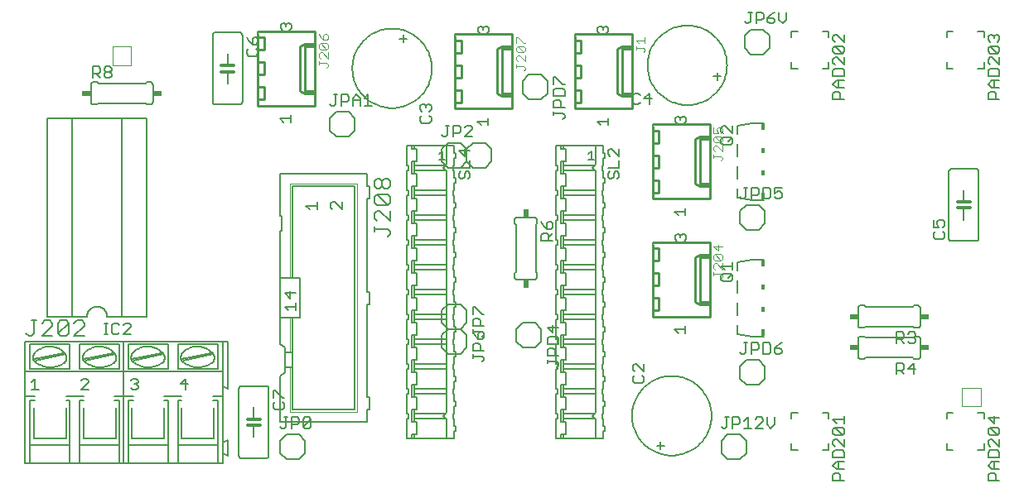
<source format=gtl>
G75*
G70*
%OFA0B0*%
%FSLAX24Y24*%
%IPPOS*%
%LPD*%
%AMOC8*
5,1,8,0,0,1.08239X$1,22.5*
%
%ADD10C,0.0050*%
%ADD11C,0.0020*%
%ADD12C,0.0070*%
%ADD13C,0.0060*%
%ADD14C,0.0040*%
%ADD15C,0.0100*%
%ADD16R,0.0150X0.0300*%
%ADD17R,0.0150X0.0200*%
%ADD18R,0.0340X0.0240*%
%ADD19C,0.0120*%
%ADD20R,0.0240X0.0340*%
D10*
X000827Y003968D02*
X001128Y003968D01*
X000978Y003968D02*
X000978Y004418D01*
X000827Y004268D01*
X002827Y004343D02*
X002902Y004418D01*
X003053Y004418D01*
X003128Y004343D01*
X003128Y004268D01*
X002827Y003968D01*
X003128Y003968D01*
X004827Y004043D02*
X004902Y003968D01*
X005053Y003968D01*
X005128Y004043D01*
X005128Y004118D01*
X005053Y004193D01*
X004978Y004193D01*
X005053Y004193D02*
X005128Y004268D01*
X005128Y004343D01*
X005053Y004418D01*
X004902Y004418D01*
X004827Y004343D01*
X006827Y004193D02*
X007128Y004193D01*
X007053Y004418D02*
X006827Y004193D01*
X007053Y003968D02*
X007053Y004418D01*
X004837Y006192D02*
X004536Y006192D01*
X004837Y006492D01*
X004837Y006567D01*
X004761Y006643D01*
X004611Y006643D01*
X004536Y006567D01*
X004376Y006567D02*
X004301Y006643D01*
X004151Y006643D01*
X004076Y006567D01*
X004076Y006267D01*
X004151Y006192D01*
X004301Y006192D01*
X004376Y006267D01*
X003919Y006192D02*
X003769Y006192D01*
X003844Y006192D02*
X003844Y006643D01*
X003769Y006643D02*
X003919Y006643D01*
X010559Y003932D02*
X010559Y003632D01*
X010634Y003472D02*
X010559Y003397D01*
X010559Y003246D01*
X010634Y003171D01*
X010934Y003171D01*
X011009Y003246D01*
X011009Y003397D01*
X010934Y003472D01*
X010934Y003632D02*
X011009Y003632D01*
X010934Y003632D02*
X010634Y003932D01*
X010559Y003932D01*
X010847Y004517D02*
X011047Y004667D01*
X011047Y004867D01*
X011047Y005467D01*
X011047Y005667D01*
X010847Y005817D01*
X010847Y006867D01*
X011247Y006867D01*
X011347Y006867D01*
X011347Y005467D01*
X011347Y004867D01*
X011247Y004867D01*
X011047Y004867D01*
X011347Y004867D02*
X011347Y003167D01*
X013847Y003167D01*
X013847Y012167D01*
X011347Y012167D01*
X011347Y008467D01*
X011247Y008467D01*
X010847Y008467D01*
X010847Y010367D01*
X010897Y010367D01*
X010897Y010967D01*
X010847Y010967D01*
X010847Y012667D01*
X014347Y012667D01*
X014347Y012167D01*
X014447Y012167D01*
X014447Y011667D01*
X014347Y011667D01*
X014347Y007917D01*
X014447Y007917D01*
X014447Y007417D01*
X014347Y007417D01*
X014347Y003667D01*
X014447Y003667D01*
X014447Y003167D01*
X014347Y003167D01*
X014347Y002667D01*
X010847Y002667D01*
X010847Y004517D01*
X011047Y005467D02*
X011247Y005467D01*
X011347Y005467D01*
X011347Y006867D02*
X011647Y006867D01*
X011647Y008467D01*
X011347Y008467D01*
X010847Y008467D02*
X010847Y006867D01*
X011171Y007171D02*
X011021Y007322D01*
X011472Y007322D01*
X011472Y007472D02*
X011472Y007171D01*
X011247Y007632D02*
X011247Y007932D01*
X011472Y007857D02*
X011021Y007857D01*
X011247Y007632D01*
X012021Y011232D02*
X011871Y011382D01*
X012322Y011382D01*
X012322Y011232D02*
X012322Y011532D01*
X012871Y011457D02*
X012871Y011307D01*
X012946Y011232D01*
X012871Y011457D02*
X012946Y011532D01*
X013021Y011532D01*
X013322Y011232D01*
X013322Y011532D01*
X017242Y013242D02*
X017469Y013242D01*
X017355Y013242D02*
X017355Y013582D01*
X017242Y013469D01*
X018031Y013607D02*
X018257Y013382D01*
X018257Y013682D01*
X018482Y013607D02*
X018031Y013607D01*
X018482Y013222D02*
X018482Y012921D01*
X018031Y012921D01*
X018106Y012761D02*
X018031Y012686D01*
X018031Y012536D01*
X018106Y012461D01*
X018181Y012461D01*
X018257Y012536D01*
X018257Y012686D01*
X018332Y012761D01*
X018407Y012761D01*
X018482Y012686D01*
X018482Y012536D01*
X018407Y012461D01*
X018262Y014162D02*
X018563Y014462D01*
X018563Y014537D01*
X018488Y014613D01*
X018337Y014613D01*
X018262Y014537D01*
X018102Y014537D02*
X018102Y014387D01*
X018027Y014312D01*
X017802Y014312D01*
X017802Y014162D02*
X017802Y014613D01*
X018027Y014613D01*
X018102Y014537D01*
X017642Y014613D02*
X017492Y014613D01*
X017567Y014613D02*
X017567Y014237D01*
X017492Y014162D01*
X017417Y014162D01*
X017342Y014237D01*
X016847Y014721D02*
X016546Y014721D01*
X016471Y014796D01*
X016471Y014947D01*
X016546Y015022D01*
X016546Y015182D02*
X016471Y015257D01*
X016471Y015407D01*
X016546Y015482D01*
X016621Y015482D01*
X016697Y015407D01*
X016772Y015482D01*
X016847Y015482D01*
X016922Y015407D01*
X016922Y015257D01*
X016847Y015182D01*
X016847Y015022D02*
X016922Y014947D01*
X016922Y014796D01*
X016847Y014721D01*
X016697Y015332D02*
X016697Y015407D01*
X014523Y015412D02*
X014223Y015412D01*
X014373Y015412D02*
X014373Y015863D01*
X014223Y015712D01*
X014063Y015712D02*
X014063Y015412D01*
X014063Y015637D02*
X013762Y015637D01*
X013762Y015712D02*
X013913Y015863D01*
X014063Y015712D01*
X013762Y015712D02*
X013762Y015412D01*
X013602Y015637D02*
X013527Y015562D01*
X013302Y015562D01*
X013302Y015412D02*
X013302Y015863D01*
X013527Y015863D01*
X013602Y015787D01*
X013602Y015637D01*
X013142Y015863D02*
X012992Y015863D01*
X013067Y015863D02*
X013067Y015487D01*
X012992Y015412D01*
X012917Y015412D01*
X012842Y015487D01*
X009947Y017167D02*
X009947Y017417D01*
X009947Y018417D01*
X009872Y018182D02*
X009797Y018182D01*
X009722Y018107D01*
X009722Y017882D01*
X009872Y017882D01*
X009947Y017957D01*
X009947Y018107D01*
X009872Y018182D01*
X009722Y017882D02*
X009571Y018032D01*
X009496Y018182D01*
X009571Y017722D02*
X009496Y017647D01*
X009496Y017496D01*
X009571Y017421D01*
X009872Y017421D01*
X009947Y017496D01*
X009947Y017647D01*
X009872Y017722D01*
X012097Y017917D02*
X012247Y017917D01*
X012247Y017817D01*
X017884Y018292D02*
X017884Y017292D01*
X017884Y017042D01*
X020034Y017792D02*
X020184Y017792D01*
X020184Y017692D01*
X021841Y016562D02*
X021916Y016562D01*
X022217Y016262D01*
X022292Y016262D01*
X022217Y016102D02*
X021916Y016102D01*
X021841Y016026D01*
X021841Y015801D01*
X022292Y015801D01*
X022292Y016026D01*
X022217Y016102D01*
X021841Y016262D02*
X021841Y016562D01*
X022697Y017042D02*
X022697Y017292D01*
X022697Y018292D01*
X024847Y017792D02*
X024997Y017792D01*
X024997Y017692D01*
X025101Y015918D02*
X025026Y015842D01*
X025026Y015542D01*
X025101Y015467D01*
X025251Y015467D01*
X025326Y015542D01*
X025486Y015692D02*
X025787Y015692D01*
X025711Y015467D02*
X025711Y015918D01*
X025486Y015692D01*
X025326Y015842D02*
X025251Y015918D01*
X025101Y015918D01*
X025822Y014667D02*
X025822Y013667D01*
X025822Y013417D01*
X024482Y013382D02*
X024181Y013682D01*
X024106Y013682D01*
X024031Y013607D01*
X024031Y013457D01*
X024106Y013382D01*
X024482Y013382D02*
X024482Y013682D01*
X024482Y013222D02*
X024482Y012921D01*
X024031Y012921D01*
X024106Y012761D02*
X024031Y012686D01*
X024031Y012536D01*
X024106Y012461D01*
X024181Y012461D01*
X024257Y012536D01*
X024257Y012686D01*
X024332Y012761D01*
X024407Y012761D01*
X024482Y012686D01*
X024482Y012536D01*
X024407Y012461D01*
X023469Y013242D02*
X023242Y013242D01*
X023355Y013242D02*
X023355Y013582D01*
X023242Y013469D01*
X022217Y014881D02*
X022292Y014956D01*
X022292Y015031D01*
X022217Y015106D01*
X021841Y015106D01*
X021841Y015031D02*
X021841Y015181D01*
X021841Y015341D02*
X021841Y015566D01*
X021916Y015641D01*
X022067Y015641D01*
X022142Y015566D01*
X022142Y015341D01*
X022292Y015341D02*
X021841Y015341D01*
X018563Y014162D02*
X018262Y014162D01*
X021346Y010732D02*
X021421Y010582D01*
X021572Y010432D01*
X021572Y010657D01*
X021647Y010732D01*
X021722Y010732D01*
X021797Y010657D01*
X021797Y010507D01*
X021722Y010432D01*
X021572Y010432D01*
X021572Y010272D02*
X021647Y010197D01*
X021647Y009971D01*
X021797Y009971D02*
X021346Y009971D01*
X021346Y010197D01*
X021421Y010272D01*
X021572Y010272D01*
X021647Y010122D02*
X021797Y010272D01*
X025822Y009917D02*
X025822Y008917D01*
X025822Y008667D01*
X027972Y009417D02*
X028122Y009417D01*
X028122Y009317D01*
X028581Y008942D02*
X029032Y008942D01*
X029032Y008792D02*
X029032Y009092D01*
X028731Y008792D02*
X028581Y008942D01*
X028656Y008632D02*
X028957Y008632D01*
X029032Y008557D01*
X029032Y008406D01*
X028957Y008331D01*
X028656Y008331D01*
X028581Y008406D01*
X028581Y008557D01*
X028656Y008632D01*
X028882Y008482D02*
X029032Y008632D01*
X029492Y005863D02*
X029642Y005863D01*
X029567Y005863D02*
X029567Y005487D01*
X029492Y005412D01*
X029417Y005412D01*
X029342Y005487D01*
X029802Y005412D02*
X029802Y005863D01*
X030027Y005863D01*
X030102Y005787D01*
X030102Y005637D01*
X030027Y005562D01*
X029802Y005562D01*
X030262Y005412D02*
X030488Y005412D01*
X030563Y005487D01*
X030563Y005787D01*
X030488Y005863D01*
X030262Y005863D01*
X030262Y005412D01*
X030723Y005487D02*
X030798Y005412D01*
X030948Y005412D01*
X031023Y005487D01*
X031023Y005562D01*
X030948Y005637D01*
X030723Y005637D01*
X030723Y005487D01*
X030723Y005637D02*
X030873Y005787D01*
X031023Y005863D01*
X035651Y005842D02*
X035651Y006293D01*
X035876Y006293D01*
X035951Y006217D01*
X035951Y006067D01*
X035876Y005992D01*
X035651Y005992D01*
X035801Y005992D02*
X035951Y005842D01*
X036111Y005917D02*
X036186Y005842D01*
X036336Y005842D01*
X036411Y005917D01*
X036411Y005992D01*
X036336Y006067D01*
X036261Y006067D01*
X036336Y006067D02*
X036411Y006142D01*
X036411Y006217D01*
X036336Y006293D01*
X036186Y006293D01*
X036111Y006217D01*
X036336Y005042D02*
X036111Y004817D01*
X036412Y004817D01*
X036336Y004592D02*
X036336Y005042D01*
X035951Y004967D02*
X035951Y004817D01*
X035876Y004742D01*
X035651Y004742D01*
X035651Y004592D02*
X035651Y005042D01*
X035876Y005042D01*
X035951Y004967D01*
X035801Y004742D02*
X035951Y004592D01*
X033534Y002907D02*
X033534Y002607D01*
X033534Y002757D02*
X033084Y002757D01*
X033234Y002607D01*
X033159Y002446D02*
X033459Y002146D01*
X033534Y002221D01*
X033534Y002371D01*
X033459Y002446D01*
X033159Y002446D01*
X033084Y002371D01*
X033084Y002221D01*
X033159Y002146D01*
X033459Y002146D01*
X033534Y001986D02*
X033534Y001686D01*
X033234Y001986D01*
X033159Y001986D01*
X033084Y001911D01*
X033084Y001761D01*
X033159Y001686D01*
X033159Y001526D02*
X033084Y001451D01*
X033084Y001226D01*
X033534Y001226D01*
X033534Y001451D01*
X033459Y001526D01*
X033159Y001526D01*
X033234Y001065D02*
X033534Y001065D01*
X033309Y001065D02*
X033309Y000765D01*
X033234Y000765D02*
X033534Y000765D01*
X033309Y000605D02*
X033384Y000530D01*
X033384Y000305D01*
X033534Y000305D02*
X033084Y000305D01*
X033084Y000530D01*
X033159Y000605D01*
X033309Y000605D01*
X033234Y000765D02*
X033084Y000915D01*
X033234Y001065D01*
X030733Y002562D02*
X030583Y002412D01*
X030433Y002562D01*
X030433Y002863D01*
X030273Y002787D02*
X030198Y002863D01*
X030048Y002863D01*
X029973Y002787D01*
X030273Y002787D02*
X030273Y002712D01*
X029973Y002412D01*
X030273Y002412D01*
X029813Y002412D02*
X029512Y002412D01*
X029663Y002412D02*
X029663Y002863D01*
X029512Y002712D01*
X029352Y002637D02*
X029277Y002562D01*
X029052Y002562D01*
X029052Y002412D02*
X029052Y002863D01*
X029277Y002863D01*
X029352Y002787D01*
X029352Y002637D01*
X028892Y002863D02*
X028742Y002863D01*
X028817Y002863D02*
X028817Y002487D01*
X028742Y002412D01*
X028667Y002412D01*
X028592Y002487D01*
X030733Y002562D02*
X030733Y002863D01*
X025472Y004317D02*
X025397Y004242D01*
X025096Y004242D01*
X025021Y004317D01*
X025021Y004467D01*
X025096Y004542D01*
X025096Y004703D02*
X025021Y004778D01*
X025021Y004928D01*
X025096Y005003D01*
X025171Y005003D01*
X025472Y004703D01*
X025472Y005003D01*
X025397Y004542D02*
X025472Y004467D01*
X025472Y004317D01*
X022042Y004956D02*
X022042Y005031D01*
X021967Y005106D01*
X021591Y005106D01*
X021591Y005031D02*
X021591Y005181D01*
X021591Y005341D02*
X021591Y005566D01*
X021666Y005641D01*
X021817Y005641D01*
X021892Y005566D01*
X021892Y005341D01*
X022042Y005341D02*
X021591Y005341D01*
X021591Y005801D02*
X021591Y006026D01*
X021666Y006102D01*
X021967Y006102D01*
X022042Y006026D01*
X022042Y005801D01*
X021591Y005801D01*
X021817Y006262D02*
X021817Y006562D01*
X022042Y006487D02*
X021591Y006487D01*
X021817Y006262D01*
X022042Y004956D02*
X021967Y004881D01*
X019042Y005166D02*
X019042Y005241D01*
X018967Y005316D01*
X018591Y005316D01*
X018591Y005241D02*
X018591Y005391D01*
X018591Y005551D02*
X018591Y005777D01*
X018666Y005852D01*
X018817Y005852D01*
X018892Y005777D01*
X018892Y005551D01*
X019042Y005551D02*
X018591Y005551D01*
X018817Y006012D02*
X018817Y006237D01*
X018892Y006312D01*
X018967Y006312D01*
X019042Y006237D01*
X019042Y006087D01*
X018967Y006012D01*
X018817Y006012D01*
X018666Y006162D01*
X018591Y006312D01*
X018591Y006316D02*
X018967Y006316D01*
X019042Y006241D01*
X019042Y006166D01*
X018967Y006091D01*
X018591Y006241D02*
X018591Y006391D01*
X018591Y006551D02*
X018591Y006777D01*
X018666Y006852D01*
X018817Y006852D01*
X018892Y006777D01*
X018892Y006551D01*
X019042Y006551D02*
X018591Y006551D01*
X018591Y007012D02*
X018591Y007312D01*
X018666Y007312D01*
X018967Y007012D01*
X019042Y007012D01*
X019042Y005166D02*
X018967Y005091D01*
X012063Y002787D02*
X012063Y002487D01*
X011988Y002412D01*
X011837Y002412D01*
X011762Y002487D01*
X012063Y002787D01*
X011988Y002863D01*
X011837Y002863D01*
X011762Y002787D01*
X011762Y002487D01*
X011602Y002637D02*
X011527Y002562D01*
X011302Y002562D01*
X011302Y002412D02*
X011302Y002863D01*
X011527Y002863D01*
X011602Y002787D01*
X011602Y002637D01*
X011142Y002863D02*
X010992Y002863D01*
X011067Y002863D02*
X011067Y002487D01*
X010992Y002412D01*
X010917Y002412D01*
X010842Y002487D01*
X029342Y011737D02*
X029417Y011662D01*
X029492Y011662D01*
X029567Y011737D01*
X029567Y012113D01*
X029492Y012113D02*
X029642Y012113D01*
X029802Y012113D02*
X030027Y012113D01*
X030102Y012037D01*
X030102Y011887D01*
X030027Y011812D01*
X029802Y011812D01*
X029802Y011662D02*
X029802Y012113D01*
X030262Y012113D02*
X030488Y012113D01*
X030563Y012037D01*
X030563Y011737D01*
X030488Y011662D01*
X030262Y011662D01*
X030262Y012113D01*
X030723Y012113D02*
X030723Y011887D01*
X030873Y011962D01*
X030948Y011962D01*
X031023Y011887D01*
X031023Y011737D01*
X030948Y011662D01*
X030798Y011662D01*
X030723Y011737D01*
X030723Y012113D02*
X031023Y012113D01*
X029032Y013906D02*
X028957Y013831D01*
X028656Y013831D01*
X028581Y013906D01*
X028581Y014057D01*
X028656Y014132D01*
X028957Y014132D01*
X029032Y014057D01*
X029032Y013906D01*
X028882Y013982D02*
X029032Y014132D01*
X029032Y014292D02*
X028731Y014592D01*
X028656Y014592D01*
X028581Y014517D01*
X028581Y014367D01*
X028656Y014292D01*
X029032Y014292D02*
X029032Y014592D01*
X028122Y014167D02*
X028122Y014067D01*
X028122Y014167D02*
X027972Y014167D01*
X033084Y015680D02*
X033084Y015905D01*
X033159Y015980D01*
X033309Y015980D01*
X033384Y015905D01*
X033384Y015680D01*
X033534Y015680D02*
X033084Y015680D01*
X033234Y016140D02*
X033084Y016290D01*
X033234Y016440D01*
X033534Y016440D01*
X033534Y016601D02*
X033084Y016601D01*
X033084Y016826D01*
X033159Y016901D01*
X033459Y016901D01*
X033534Y016826D01*
X033534Y016601D01*
X033309Y016440D02*
X033309Y016140D01*
X033234Y016140D02*
X033534Y016140D01*
X033534Y017061D02*
X033234Y017361D01*
X033159Y017361D01*
X033084Y017286D01*
X033084Y017136D01*
X033159Y017061D01*
X033534Y017061D02*
X033534Y017361D01*
X033459Y017521D02*
X033159Y017821D01*
X033459Y017821D01*
X033534Y017746D01*
X033534Y017596D01*
X033459Y017521D01*
X033159Y017521D01*
X033084Y017596D01*
X033084Y017746D01*
X033159Y017821D01*
X033159Y017982D02*
X033084Y018057D01*
X033084Y018207D01*
X033159Y018282D01*
X033234Y018282D01*
X033534Y017982D01*
X033534Y018282D01*
X031211Y018875D02*
X031211Y019175D01*
X030910Y019175D02*
X030910Y018875D01*
X031060Y018725D01*
X031211Y018875D01*
X030750Y018875D02*
X030675Y018950D01*
X030450Y018950D01*
X030450Y018800D01*
X030525Y018725D01*
X030675Y018725D01*
X030750Y018800D01*
X030750Y018875D01*
X030600Y019100D02*
X030450Y018950D01*
X030290Y018950D02*
X030215Y018875D01*
X029990Y018875D01*
X029990Y018725D02*
X029990Y019175D01*
X030215Y019175D01*
X030290Y019100D01*
X030290Y018950D01*
X030600Y019100D02*
X030750Y019175D01*
X029829Y019175D02*
X029679Y019175D01*
X029754Y019175D02*
X029754Y018800D01*
X029679Y018725D01*
X029604Y018725D01*
X029529Y018800D01*
X039334Y018207D02*
X039334Y018057D01*
X039409Y017982D01*
X039409Y017821D02*
X039709Y017521D01*
X039784Y017596D01*
X039784Y017746D01*
X039709Y017821D01*
X039409Y017821D01*
X039334Y017746D01*
X039334Y017596D01*
X039409Y017521D01*
X039709Y017521D01*
X039784Y017361D02*
X039784Y017061D01*
X039484Y017361D01*
X039409Y017361D01*
X039334Y017286D01*
X039334Y017136D01*
X039409Y017061D01*
X039409Y016901D02*
X039334Y016826D01*
X039334Y016601D01*
X039784Y016601D01*
X039784Y016826D01*
X039709Y016901D01*
X039409Y016901D01*
X039484Y016440D02*
X039784Y016440D01*
X039559Y016440D02*
X039559Y016140D01*
X039484Y016140D02*
X039334Y016290D01*
X039484Y016440D01*
X039484Y016140D02*
X039784Y016140D01*
X039559Y015980D02*
X039634Y015905D01*
X039634Y015680D01*
X039784Y015680D02*
X039334Y015680D01*
X039334Y015905D01*
X039409Y015980D01*
X039559Y015980D01*
X039709Y017982D02*
X039784Y018057D01*
X039784Y018207D01*
X039709Y018282D01*
X039634Y018282D01*
X039559Y018207D01*
X039559Y018132D01*
X039559Y018207D02*
X039484Y018282D01*
X039409Y018282D01*
X039334Y018207D01*
X037497Y010803D02*
X037572Y010728D01*
X037572Y010578D01*
X037497Y010503D01*
X037347Y010503D02*
X037271Y010653D01*
X037271Y010728D01*
X037347Y010803D01*
X037497Y010803D01*
X037121Y010803D02*
X037121Y010503D01*
X037347Y010503D01*
X037497Y010342D02*
X037572Y010267D01*
X037572Y010117D01*
X037497Y010042D01*
X037196Y010042D01*
X037121Y010117D01*
X037121Y010267D01*
X037196Y010342D01*
X039559Y002907D02*
X039559Y002607D01*
X039334Y002832D01*
X039784Y002832D01*
X039709Y002446D02*
X039409Y002446D01*
X039709Y002146D01*
X039784Y002221D01*
X039784Y002371D01*
X039709Y002446D01*
X039709Y002146D02*
X039409Y002146D01*
X039334Y002221D01*
X039334Y002371D01*
X039409Y002446D01*
X039409Y001986D02*
X039334Y001911D01*
X039334Y001761D01*
X039409Y001686D01*
X039409Y001526D02*
X039334Y001451D01*
X039334Y001226D01*
X039784Y001226D01*
X039784Y001451D01*
X039709Y001526D01*
X039409Y001526D01*
X039784Y001686D02*
X039484Y001986D01*
X039409Y001986D01*
X039784Y001986D02*
X039784Y001686D01*
X039784Y001065D02*
X039484Y001065D01*
X039334Y000915D01*
X039484Y000765D01*
X039784Y000765D01*
X039559Y000765D02*
X039559Y001065D01*
X039559Y000605D02*
X039634Y000530D01*
X039634Y000305D01*
X039784Y000305D02*
X039334Y000305D01*
X039334Y000530D01*
X039409Y000605D01*
X039559Y000605D01*
X004057Y016617D02*
X003982Y016542D01*
X003832Y016542D01*
X003757Y016617D01*
X003757Y016692D01*
X003832Y016767D01*
X003982Y016767D01*
X004057Y016692D01*
X004057Y016617D01*
X003982Y016767D02*
X004057Y016842D01*
X004057Y016917D01*
X003982Y016993D01*
X003832Y016993D01*
X003757Y016917D01*
X003757Y016842D01*
X003832Y016767D01*
X003597Y016767D02*
X003522Y016692D01*
X003297Y016692D01*
X003447Y016692D02*
X003597Y016542D01*
X003297Y016542D02*
X003297Y016993D01*
X003522Y016993D01*
X003597Y016917D01*
X003597Y016767D01*
D11*
X004097Y017042D02*
X004097Y017792D01*
X004847Y017792D01*
X004847Y017042D01*
X004097Y017042D01*
X011247Y012267D02*
X011247Y008467D01*
X011247Y006867D02*
X011247Y005467D01*
X011247Y004867D02*
X011247Y003067D01*
X013947Y003067D01*
X013947Y012267D01*
X011247Y012267D01*
X038284Y004042D02*
X038284Y003292D01*
X039034Y003292D01*
X039034Y004042D01*
X038284Y004042D01*
D12*
X027146Y006252D02*
X027146Y006539D01*
X027146Y006396D02*
X026716Y006396D01*
X026859Y006252D01*
X026807Y009952D02*
X026736Y010024D01*
X026736Y010168D01*
X026807Y010239D01*
X026879Y010239D01*
X026951Y010168D01*
X027023Y010239D01*
X027094Y010239D01*
X027166Y010168D01*
X027166Y010024D01*
X027094Y009952D01*
X026951Y010096D02*
X026951Y010168D01*
X026859Y011002D02*
X026716Y011146D01*
X027146Y011146D01*
X027146Y011289D02*
X027146Y011002D01*
X027094Y014702D02*
X027166Y014774D01*
X027166Y014918D01*
X027094Y014989D01*
X027023Y014989D01*
X026951Y014918D01*
X026951Y014846D01*
X026951Y014918D02*
X026879Y014989D01*
X026807Y014989D01*
X026736Y014918D01*
X026736Y014774D01*
X026807Y014702D01*
X024021Y014771D02*
X023591Y014771D01*
X023734Y014627D01*
X024021Y014627D02*
X024021Y014914D01*
X019209Y014914D02*
X019209Y014627D01*
X019209Y014771D02*
X018778Y014771D01*
X018922Y014627D01*
X015262Y012373D02*
X015157Y012478D01*
X015052Y012478D01*
X014946Y012373D01*
X014946Y012163D01*
X014841Y012058D01*
X014736Y012058D01*
X014631Y012163D01*
X014631Y012373D01*
X014736Y012478D01*
X014841Y012478D01*
X014946Y012373D01*
X014946Y012163D02*
X015052Y012058D01*
X015157Y012058D01*
X015262Y012163D01*
X015262Y012373D01*
X015157Y011833D02*
X014736Y011833D01*
X015157Y011413D01*
X015262Y011518D01*
X015262Y011728D01*
X015157Y011833D01*
X014736Y011833D02*
X014631Y011728D01*
X014631Y011518D01*
X014736Y011413D01*
X015157Y011413D01*
X015262Y011189D02*
X015262Y010769D01*
X014841Y011189D01*
X014736Y011189D01*
X014631Y011084D01*
X014631Y010874D01*
X014736Y010769D01*
X014631Y010544D02*
X014631Y010334D01*
X014631Y010439D02*
X015157Y010439D01*
X015262Y010334D01*
X015262Y010229D01*
X015157Y010124D01*
X011271Y014752D02*
X011271Y015039D01*
X011271Y014896D02*
X010841Y014896D01*
X010984Y014752D01*
X010933Y018452D02*
X010861Y018524D01*
X010861Y018668D01*
X010933Y018739D01*
X011004Y018739D01*
X011076Y018668D01*
X011148Y018739D01*
X011219Y018739D01*
X011291Y018668D01*
X011291Y018524D01*
X011219Y018452D01*
X011076Y018596D02*
X011076Y018668D01*
X018798Y018543D02*
X018798Y018399D01*
X018870Y018327D01*
X019013Y018471D02*
X019013Y018543D01*
X019085Y018614D01*
X019157Y018614D01*
X019229Y018543D01*
X019229Y018399D01*
X019157Y018327D01*
X019013Y018543D02*
X018942Y018614D01*
X018870Y018614D01*
X018798Y018543D01*
X023611Y018543D02*
X023611Y018399D01*
X023683Y018327D01*
X023826Y018471D02*
X023826Y018543D01*
X023898Y018614D01*
X023969Y018614D01*
X024041Y018543D01*
X024041Y018399D01*
X023969Y018327D01*
X023826Y018543D02*
X023754Y018614D01*
X023683Y018614D01*
X023611Y018543D01*
X002971Y006653D02*
X002866Y006758D01*
X002656Y006758D01*
X002551Y006653D01*
X002327Y006653D02*
X001906Y006233D01*
X002012Y006128D01*
X002222Y006128D01*
X002327Y006233D01*
X002327Y006653D01*
X002222Y006758D01*
X002012Y006758D01*
X001906Y006653D01*
X001906Y006233D01*
X001682Y006128D02*
X001262Y006128D01*
X001682Y006548D01*
X001682Y006653D01*
X001577Y006758D01*
X001367Y006758D01*
X001262Y006653D01*
X001038Y006758D02*
X000828Y006758D01*
X000933Y006758D02*
X000933Y006233D01*
X000828Y006128D01*
X000723Y006128D01*
X000617Y006233D01*
X002551Y006128D02*
X002971Y006548D01*
X002971Y006653D01*
X002971Y006128D02*
X002551Y006128D01*
D13*
X000582Y003693D02*
X000582Y000993D01*
X000782Y000993D01*
X000782Y001743D01*
X002382Y001743D01*
X002382Y003543D01*
X002232Y003543D01*
X002232Y003693D02*
X002932Y003693D01*
X002932Y003543D02*
X002782Y003543D01*
X002782Y001743D01*
X004382Y001743D01*
X004382Y000993D01*
X004552Y000993D01*
X004722Y000993D01*
X004722Y001743D01*
X006322Y001743D01*
X006322Y003543D01*
X006172Y003543D01*
X006172Y003693D02*
X006872Y003693D01*
X006872Y003543D02*
X006722Y003543D01*
X006722Y001743D01*
X008322Y001743D01*
X008322Y000993D01*
X008522Y000993D01*
X008522Y001393D01*
X008522Y001843D01*
X008522Y003693D01*
X008122Y003693D01*
X008122Y003543D02*
X008322Y003543D01*
X008322Y001743D01*
X008522Y001843D02*
X008722Y001943D01*
X008722Y001293D01*
X008522Y001393D01*
X009184Y001317D02*
X009184Y004017D01*
X009186Y004034D01*
X009190Y004051D01*
X009197Y004067D01*
X009207Y004081D01*
X009220Y004094D01*
X009234Y004104D01*
X009250Y004111D01*
X009267Y004115D01*
X009284Y004117D01*
X010284Y004117D01*
X010301Y004115D01*
X010318Y004111D01*
X010334Y004104D01*
X010348Y004094D01*
X010361Y004081D01*
X010371Y004067D01*
X010378Y004051D01*
X010382Y004034D01*
X010384Y004017D01*
X010384Y001317D01*
X010382Y001300D01*
X010378Y001283D01*
X010371Y001267D01*
X010361Y001253D01*
X010348Y001240D01*
X010334Y001230D01*
X010318Y001223D01*
X010301Y001219D01*
X010284Y001217D01*
X009284Y001217D01*
X009267Y001219D01*
X009250Y001223D01*
X009234Y001230D01*
X009220Y001240D01*
X009207Y001253D01*
X009197Y001267D01*
X009190Y001283D01*
X009186Y001300D01*
X009184Y001317D01*
X008322Y000993D02*
X006722Y000993D01*
X006322Y000993D01*
X004722Y000993D01*
X004552Y000993D02*
X004552Y003693D01*
X004182Y003693D01*
X004182Y003543D02*
X004382Y003543D01*
X004382Y001743D01*
X004722Y001743D02*
X004722Y003543D01*
X004922Y003543D01*
X004922Y003693D02*
X004552Y003693D01*
X004552Y004693D01*
X004552Y005893D01*
X008522Y005893D01*
X008722Y005893D01*
X008722Y003993D01*
X008522Y004093D01*
X008522Y004693D01*
X004552Y004693D01*
X000582Y004693D01*
X000582Y005893D01*
X004552Y005893D01*
X004382Y005793D02*
X004382Y004793D01*
X002782Y004793D01*
X002782Y005793D01*
X004382Y005793D01*
X004722Y005793D02*
X006322Y005793D01*
X006322Y004793D01*
X004722Y004793D01*
X004722Y005793D01*
X004902Y005433D02*
X004883Y005409D01*
X004867Y005384D01*
X004854Y005356D01*
X004845Y005327D01*
X004840Y005298D01*
X004839Y005267D01*
X004842Y005237D01*
X004848Y005208D01*
X004859Y005179D01*
X004873Y005152D01*
X004890Y005128D01*
X004910Y005105D01*
X004933Y005086D01*
X004959Y005069D01*
X004932Y005143D02*
X006132Y005393D01*
X006082Y005443D02*
X004882Y005193D01*
X004882Y005413D02*
X004917Y005454D01*
X004956Y005493D01*
X004997Y005529D01*
X005040Y005562D01*
X005085Y005592D01*
X005132Y005620D01*
X005181Y005643D01*
X005232Y005664D01*
X005283Y005681D01*
X005336Y005695D01*
X005389Y005705D01*
X005444Y005711D01*
X005498Y005714D01*
X005552Y005713D01*
X005607Y005708D01*
X005660Y005700D01*
X005714Y005689D01*
X005766Y005673D01*
X005817Y005654D01*
X005867Y005632D01*
X005915Y005607D01*
X005961Y005578D01*
X006005Y005547D01*
X006047Y005512D01*
X006087Y005475D01*
X006124Y005435D01*
X006122Y005433D02*
X006141Y005409D01*
X006157Y005384D01*
X006170Y005356D01*
X006180Y005328D01*
X006187Y005298D01*
X006191Y005268D01*
X006191Y005238D01*
X006187Y005207D01*
X006180Y005178D01*
X006170Y005149D01*
X006157Y005122D01*
X006141Y005096D01*
X006122Y005073D01*
X006100Y005051D01*
X006722Y004793D02*
X008322Y004793D01*
X008322Y005793D01*
X006722Y005793D01*
X006722Y004793D01*
X006932Y005143D02*
X008132Y005393D01*
X008082Y005443D02*
X006882Y005193D01*
X006959Y005069D02*
X006933Y005086D01*
X006910Y005105D01*
X006890Y005128D01*
X006873Y005152D01*
X006859Y005179D01*
X006848Y005208D01*
X006842Y005237D01*
X006839Y005267D01*
X006840Y005298D01*
X006845Y005327D01*
X006854Y005356D01*
X006867Y005384D01*
X006883Y005409D01*
X006902Y005433D01*
X006942Y005083D02*
X006991Y005047D01*
X007041Y005014D01*
X007093Y004984D01*
X007147Y004958D01*
X007203Y004935D01*
X007260Y004915D01*
X007318Y004899D01*
X007377Y004887D01*
X007437Y004879D01*
X007497Y004874D01*
X007557Y004873D01*
X007617Y004876D01*
X007677Y004883D01*
X007737Y004893D01*
X007795Y004907D01*
X007853Y004925D01*
X007909Y004946D01*
X007964Y004971D01*
X008017Y004999D01*
X008069Y005030D01*
X008118Y005065D01*
X008100Y005051D02*
X008122Y005073D01*
X008141Y005096D01*
X008157Y005122D01*
X008170Y005149D01*
X008180Y005178D01*
X008187Y005207D01*
X008191Y005238D01*
X008191Y005268D01*
X008187Y005298D01*
X008180Y005328D01*
X008170Y005356D01*
X008157Y005384D01*
X008141Y005409D01*
X008122Y005433D01*
X008124Y005435D02*
X008087Y005475D01*
X008047Y005512D01*
X008005Y005547D01*
X007961Y005578D01*
X007915Y005607D01*
X007867Y005632D01*
X007817Y005654D01*
X007766Y005673D01*
X007714Y005689D01*
X007660Y005700D01*
X007607Y005708D01*
X007552Y005713D01*
X007498Y005714D01*
X007444Y005711D01*
X007389Y005705D01*
X007336Y005695D01*
X007283Y005681D01*
X007232Y005664D01*
X007181Y005643D01*
X007132Y005620D01*
X007085Y005592D01*
X007040Y005562D01*
X006997Y005529D01*
X006956Y005493D01*
X006917Y005454D01*
X006882Y005413D01*
X006118Y005065D02*
X006069Y005030D01*
X006017Y004999D01*
X005964Y004971D01*
X005909Y004946D01*
X005853Y004925D01*
X005795Y004907D01*
X005737Y004893D01*
X005677Y004883D01*
X005617Y004876D01*
X005557Y004873D01*
X005497Y004874D01*
X005437Y004879D01*
X005377Y004887D01*
X005318Y004899D01*
X005260Y004915D01*
X005203Y004935D01*
X005147Y004958D01*
X005093Y004984D01*
X005041Y005014D01*
X004991Y005047D01*
X004942Y005083D01*
X004192Y005393D02*
X002992Y005143D01*
X002942Y005193D02*
X004142Y005443D01*
X004182Y005433D02*
X004201Y005409D01*
X004217Y005384D01*
X004230Y005356D01*
X004240Y005328D01*
X004247Y005298D01*
X004251Y005268D01*
X004251Y005238D01*
X004247Y005207D01*
X004240Y005178D01*
X004230Y005149D01*
X004217Y005122D01*
X004201Y005096D01*
X004182Y005073D01*
X004160Y005051D01*
X004184Y005435D02*
X004147Y005475D01*
X004107Y005512D01*
X004065Y005547D01*
X004021Y005578D01*
X003975Y005607D01*
X003927Y005632D01*
X003877Y005655D01*
X003826Y005673D01*
X003774Y005689D01*
X003720Y005700D01*
X003667Y005708D01*
X003612Y005713D01*
X003558Y005714D01*
X003503Y005711D01*
X003449Y005705D01*
X003396Y005695D01*
X003343Y005681D01*
X003292Y005664D01*
X003241Y005643D01*
X003192Y005620D01*
X003145Y005592D01*
X003100Y005562D01*
X003056Y005529D01*
X003016Y005493D01*
X002977Y005454D01*
X002942Y005413D01*
X002962Y005433D02*
X002943Y005409D01*
X002927Y005384D01*
X002914Y005356D01*
X002905Y005327D01*
X002900Y005298D01*
X002899Y005267D01*
X002902Y005237D01*
X002908Y005208D01*
X002919Y005179D01*
X002933Y005152D01*
X002950Y005128D01*
X002970Y005105D01*
X002993Y005086D01*
X003019Y005069D01*
X002382Y004793D02*
X000782Y004793D01*
X000782Y005793D01*
X002382Y005793D01*
X002382Y004793D01*
X002160Y005051D02*
X002182Y005073D01*
X002201Y005096D01*
X002217Y005122D01*
X002230Y005149D01*
X002240Y005178D01*
X002247Y005207D01*
X002251Y005238D01*
X002251Y005268D01*
X002247Y005298D01*
X002240Y005328D01*
X002230Y005356D01*
X002217Y005384D01*
X002201Y005409D01*
X002182Y005433D01*
X002142Y005443D02*
X000942Y005193D01*
X000992Y005143D02*
X002192Y005393D01*
X002179Y005064D02*
X002129Y005030D01*
X002078Y004998D01*
X002024Y004970D01*
X001969Y004945D01*
X001913Y004924D01*
X001855Y004906D01*
X001797Y004892D01*
X001737Y004882D01*
X001677Y004875D01*
X001617Y004872D01*
X001557Y004873D01*
X001497Y004878D01*
X001437Y004886D01*
X001378Y004898D01*
X001320Y004914D01*
X001263Y004934D01*
X001207Y004957D01*
X001153Y004983D01*
X001100Y005013D01*
X001050Y005046D01*
X001002Y005083D01*
X001019Y005069D02*
X000993Y005086D01*
X000970Y005105D01*
X000950Y005128D01*
X000933Y005152D01*
X000919Y005179D01*
X000908Y005208D01*
X000902Y005237D01*
X000899Y005267D01*
X000900Y005298D01*
X000905Y005327D01*
X000914Y005356D01*
X000927Y005384D01*
X000943Y005409D01*
X000962Y005433D01*
X000942Y005413D02*
X000977Y005454D01*
X001016Y005493D01*
X001056Y005529D01*
X001100Y005562D01*
X001145Y005592D01*
X001192Y005620D01*
X001241Y005643D01*
X001292Y005664D01*
X001343Y005681D01*
X001396Y005695D01*
X001449Y005705D01*
X001503Y005711D01*
X001558Y005714D01*
X001612Y005713D01*
X001667Y005708D01*
X001720Y005700D01*
X001774Y005689D01*
X001826Y005673D01*
X001877Y005655D01*
X001927Y005632D01*
X001975Y005607D01*
X002021Y005578D01*
X002065Y005547D01*
X002107Y005512D01*
X002147Y005475D01*
X002184Y005435D01*
X003002Y005083D02*
X003050Y005046D01*
X003100Y005013D01*
X003153Y004983D01*
X003207Y004957D01*
X003263Y004934D01*
X003320Y004914D01*
X003378Y004898D01*
X003437Y004886D01*
X003497Y004878D01*
X003557Y004873D01*
X003617Y004872D01*
X003677Y004875D01*
X003737Y004882D01*
X003797Y004892D01*
X003855Y004906D01*
X003913Y004924D01*
X003969Y004945D01*
X004024Y004970D01*
X004078Y004998D01*
X004129Y005030D01*
X004179Y005064D01*
X000982Y003693D02*
X000582Y003693D01*
X000582Y004693D01*
X000782Y003543D02*
X000982Y003543D01*
X000782Y003543D02*
X000782Y001743D01*
X000932Y001993D02*
X000932Y003243D01*
X002232Y003243D02*
X002232Y001993D01*
X000932Y001993D01*
X002382Y001743D02*
X002382Y000993D01*
X000782Y000993D01*
X002382Y000993D02*
X002782Y000993D01*
X004382Y000993D01*
X002782Y000993D02*
X002782Y001743D01*
X002932Y001993D02*
X002932Y003243D01*
X004232Y003243D02*
X004232Y001993D01*
X002932Y001993D01*
X004872Y001993D02*
X004872Y003243D01*
X006172Y003243D02*
X006172Y001993D01*
X004872Y001993D01*
X006322Y001743D02*
X006322Y000993D01*
X006722Y000993D02*
X006722Y001743D01*
X006872Y001993D02*
X006872Y003243D01*
X008172Y003243D02*
X008172Y001993D01*
X006872Y001993D01*
X009784Y002067D02*
X009784Y002537D01*
X009784Y002787D02*
X009784Y003267D01*
X008522Y003693D02*
X008522Y004093D01*
X008522Y004693D02*
X008522Y005893D01*
X005472Y006917D02*
X004472Y006917D01*
X003872Y006917D01*
X003870Y006956D01*
X003864Y006995D01*
X003855Y007033D01*
X003842Y007070D01*
X003825Y007106D01*
X003805Y007139D01*
X003781Y007171D01*
X003755Y007200D01*
X003726Y007226D01*
X003694Y007250D01*
X003661Y007270D01*
X003625Y007287D01*
X003588Y007300D01*
X003550Y007309D01*
X003511Y007315D01*
X003472Y007317D01*
X003433Y007315D01*
X003394Y007309D01*
X003356Y007300D01*
X003319Y007287D01*
X003283Y007270D01*
X003250Y007250D01*
X003218Y007226D01*
X003189Y007200D01*
X003163Y007171D01*
X003139Y007139D01*
X003119Y007106D01*
X003102Y007070D01*
X003089Y007033D01*
X003080Y006995D01*
X003074Y006956D01*
X003072Y006917D01*
X002472Y006917D01*
X002472Y014917D01*
X004472Y014917D01*
X005472Y014917D01*
X005472Y006917D01*
X004472Y006917D02*
X004472Y014917D01*
X005422Y015517D02*
X003522Y015517D01*
X003472Y015467D01*
X003322Y015467D01*
X003305Y015469D01*
X003288Y015473D01*
X003272Y015480D01*
X003258Y015490D01*
X003245Y015503D01*
X003235Y015517D01*
X003228Y015533D01*
X003224Y015550D01*
X003222Y015567D01*
X003222Y016267D01*
X003224Y016284D01*
X003228Y016301D01*
X003235Y016317D01*
X003245Y016331D01*
X003258Y016344D01*
X003272Y016354D01*
X003288Y016361D01*
X003305Y016365D01*
X003322Y016367D01*
X003472Y016367D01*
X003522Y016317D01*
X005422Y016317D01*
X005472Y016367D01*
X005622Y016367D01*
X005639Y016365D01*
X005656Y016361D01*
X005672Y016354D01*
X005686Y016344D01*
X005699Y016331D01*
X005709Y016317D01*
X005716Y016301D01*
X005720Y016284D01*
X005722Y016267D01*
X005722Y015567D01*
X005720Y015550D01*
X005716Y015533D01*
X005709Y015517D01*
X005699Y015503D01*
X005686Y015490D01*
X005672Y015480D01*
X005656Y015473D01*
X005639Y015469D01*
X005622Y015467D01*
X005472Y015467D01*
X005422Y015517D01*
X008122Y015567D02*
X008122Y018267D01*
X008124Y018284D01*
X008128Y018301D01*
X008135Y018317D01*
X008145Y018331D01*
X008158Y018344D01*
X008172Y018354D01*
X008188Y018361D01*
X008205Y018365D01*
X008222Y018367D01*
X009222Y018367D01*
X009239Y018365D01*
X009256Y018361D01*
X009272Y018354D01*
X009286Y018344D01*
X009299Y018331D01*
X009309Y018317D01*
X009316Y018301D01*
X009320Y018284D01*
X009322Y018267D01*
X009322Y015567D01*
X009320Y015550D01*
X009316Y015533D01*
X009309Y015517D01*
X009299Y015503D01*
X009286Y015490D01*
X009272Y015480D01*
X009256Y015473D01*
X009239Y015469D01*
X009222Y015467D01*
X008222Y015467D01*
X008205Y015469D01*
X008188Y015473D01*
X008172Y015480D01*
X008158Y015490D01*
X008145Y015503D01*
X008135Y015517D01*
X008128Y015533D01*
X008124Y015550D01*
X008122Y015567D01*
X008722Y016317D02*
X008722Y016787D01*
X008722Y017037D02*
X008722Y017517D01*
X012847Y014917D02*
X013097Y015167D01*
X013597Y015167D01*
X013847Y014917D01*
X013847Y014417D01*
X013597Y014167D01*
X013097Y014167D01*
X012847Y014417D01*
X012847Y014917D01*
X015947Y013817D02*
X016147Y013817D01*
X016247Y013817D01*
X016247Y013667D01*
X016347Y013667D01*
X016347Y013167D01*
X016247Y013167D01*
X016247Y013017D01*
X017497Y013017D01*
X017397Y012917D01*
X017497Y012817D01*
X016247Y012817D01*
X016247Y012667D01*
X016347Y012667D01*
X016347Y012167D01*
X016247Y012167D01*
X016247Y012017D01*
X017547Y012017D01*
X017547Y011817D01*
X017547Y011017D01*
X017547Y010817D01*
X017547Y010017D01*
X017547Y009817D01*
X017547Y009017D01*
X017547Y008817D01*
X017547Y008017D01*
X017547Y007817D01*
X017547Y007017D01*
X017547Y006817D01*
X017547Y006017D01*
X017547Y005817D01*
X017547Y005017D01*
X017547Y004817D01*
X017547Y004017D01*
X017547Y003817D01*
X017547Y003067D01*
X017497Y003017D01*
X016247Y003017D01*
X016247Y002817D01*
X017497Y002817D01*
X017547Y002767D01*
X017547Y002017D01*
X016247Y002017D01*
X016147Y002017D01*
X016147Y002167D01*
X016247Y002167D01*
X016347Y002167D01*
X016347Y002667D01*
X016247Y002667D01*
X016247Y002817D01*
X016247Y002667D02*
X016147Y002667D01*
X016147Y003167D01*
X016247Y003167D01*
X016247Y003017D01*
X016247Y003167D02*
X016347Y003167D01*
X016347Y003667D01*
X016247Y003667D01*
X016247Y003817D01*
X017547Y003817D01*
X017547Y004017D02*
X016247Y004017D01*
X016247Y003817D01*
X016247Y003667D02*
X016147Y003667D01*
X016147Y004167D01*
X016247Y004167D01*
X016247Y004017D01*
X016247Y004167D02*
X016347Y004167D01*
X016347Y004667D01*
X016247Y004667D01*
X016247Y004817D01*
X017547Y004817D01*
X017547Y005017D02*
X016247Y005017D01*
X016247Y004817D01*
X016247Y004667D02*
X016147Y004667D01*
X016147Y005167D01*
X016247Y005167D01*
X016247Y005017D01*
X016247Y005167D02*
X016347Y005167D01*
X016347Y005667D01*
X016247Y005667D01*
X016247Y005817D01*
X017547Y005817D01*
X017547Y006017D02*
X016247Y006017D01*
X016247Y005817D01*
X016247Y005667D02*
X016147Y005667D01*
X016147Y006167D01*
X016247Y006167D01*
X016247Y006017D01*
X016247Y006167D02*
X016347Y006167D01*
X016347Y006667D01*
X016247Y006667D01*
X016247Y006817D01*
X017547Y006817D01*
X017547Y007017D02*
X016247Y007017D01*
X016247Y006817D01*
X016247Y006667D02*
X016147Y006667D01*
X016147Y007167D01*
X016247Y007167D01*
X016247Y007017D01*
X016247Y007167D02*
X016347Y007167D01*
X016347Y007667D01*
X016247Y007667D01*
X016247Y007817D01*
X017547Y007817D01*
X017547Y008017D02*
X016247Y008017D01*
X016247Y007817D01*
X016247Y007667D02*
X016147Y007667D01*
X016147Y008167D01*
X016247Y008167D01*
X016247Y008017D01*
X016247Y008167D02*
X016347Y008167D01*
X016347Y008667D01*
X016247Y008667D01*
X016247Y008817D01*
X017547Y008817D01*
X017547Y009017D02*
X016247Y009017D01*
X016247Y008817D01*
X016247Y008667D02*
X016147Y008667D01*
X016147Y009167D01*
X016247Y009167D01*
X016247Y009017D01*
X016247Y009167D02*
X016347Y009167D01*
X016347Y009667D01*
X016247Y009667D01*
X016247Y009817D01*
X017547Y009817D01*
X017547Y010017D02*
X016247Y010017D01*
X016247Y009817D01*
X016247Y009667D02*
X016147Y009667D01*
X016147Y010167D01*
X016247Y010167D01*
X016247Y010017D01*
X016247Y010167D02*
X016347Y010167D01*
X016347Y010667D01*
X016247Y010667D01*
X016247Y010817D01*
X016247Y011017D01*
X016247Y011167D01*
X016347Y011167D01*
X016347Y011667D01*
X016247Y011667D01*
X016247Y011817D01*
X017547Y011817D01*
X017547Y012017D02*
X017547Y012767D01*
X017497Y012817D01*
X017597Y012917D02*
X018097Y012917D01*
X018347Y013167D01*
X018597Y012917D01*
X019097Y012917D01*
X019347Y013167D01*
X019347Y013667D01*
X019097Y013917D01*
X018597Y013917D01*
X018347Y013667D01*
X018347Y013167D01*
X017897Y013317D02*
X017897Y013517D01*
X017847Y013517D01*
X017847Y013817D01*
X017547Y013817D01*
X017547Y013067D01*
X017497Y013017D01*
X017597Y012917D02*
X017347Y013167D01*
X017347Y013667D01*
X017597Y013917D01*
X018097Y013917D01*
X018347Y013667D01*
X017897Y013317D02*
X017847Y013317D01*
X017847Y013017D01*
X017797Y013017D01*
X017797Y012817D01*
X017847Y012817D01*
X017847Y012517D01*
X017897Y012517D01*
X017897Y012317D01*
X017847Y012317D01*
X017847Y012017D01*
X017797Y012017D01*
X017797Y011817D01*
X017847Y011817D01*
X017847Y011517D01*
X017897Y011517D01*
X017897Y011317D01*
X017847Y011317D01*
X017847Y011017D01*
X017797Y011017D01*
X017797Y010817D01*
X017847Y010817D01*
X017847Y010517D01*
X017897Y010517D01*
X017897Y010317D01*
X017847Y010317D01*
X017847Y010017D01*
X017797Y010017D01*
X017797Y009817D01*
X017847Y009817D01*
X017847Y009517D01*
X017897Y009517D01*
X017897Y009317D01*
X017847Y009317D01*
X017847Y009017D01*
X017797Y009017D01*
X017797Y008817D01*
X017847Y008817D01*
X017847Y008517D01*
X017897Y008517D01*
X017897Y008317D01*
X017847Y008317D01*
X017847Y008017D01*
X017797Y008017D01*
X017797Y007817D01*
X017847Y007817D01*
X017847Y007517D01*
X017897Y007517D01*
X017897Y007317D01*
X017847Y007317D01*
X017847Y007017D01*
X017797Y007017D01*
X017797Y006817D01*
X017847Y006817D01*
X017847Y006517D01*
X017897Y006517D01*
X017897Y006317D01*
X017847Y006317D01*
X017847Y006017D01*
X017797Y006017D01*
X017797Y005817D01*
X017847Y005817D01*
X017847Y005517D01*
X017897Y005517D01*
X017897Y005317D01*
X017847Y005317D01*
X017847Y005017D01*
X017797Y005017D01*
X017797Y004817D01*
X017847Y004817D01*
X017847Y004517D01*
X017897Y004517D01*
X017897Y004317D01*
X017847Y004317D01*
X017847Y004017D01*
X017797Y004017D01*
X017797Y003817D01*
X017847Y003817D01*
X017847Y003517D01*
X017897Y003517D01*
X017897Y003317D01*
X017847Y003317D01*
X017847Y003017D01*
X017797Y003017D01*
X017797Y002817D01*
X017847Y002817D01*
X017847Y002517D01*
X017897Y002517D01*
X017897Y002317D01*
X017847Y002317D01*
X017847Y002017D01*
X017547Y002017D01*
X016247Y002017D02*
X016247Y002167D01*
X016147Y002017D02*
X015947Y002017D01*
X015947Y002817D01*
X015997Y002817D01*
X015997Y003017D01*
X015947Y003017D01*
X015947Y003817D01*
X015997Y003817D01*
X015997Y004017D01*
X015947Y004017D01*
X015947Y004817D01*
X015997Y004817D01*
X015997Y005017D01*
X015947Y005017D01*
X015947Y005817D01*
X015997Y005817D01*
X015997Y006017D01*
X015947Y006017D01*
X015947Y006817D01*
X015997Y006817D01*
X015997Y007017D01*
X015947Y007017D01*
X015947Y007817D01*
X015997Y007817D01*
X015997Y008017D01*
X015947Y008017D01*
X015947Y008817D01*
X015997Y008817D01*
X015997Y009017D01*
X015947Y009017D01*
X015947Y009817D01*
X015997Y009817D01*
X015997Y010017D01*
X015947Y010017D01*
X015947Y010817D01*
X015997Y010817D01*
X015997Y011017D01*
X015947Y011017D01*
X015947Y011817D01*
X015997Y011817D01*
X015997Y012017D01*
X015947Y012017D01*
X015947Y012817D01*
X015997Y012817D01*
X015997Y013017D01*
X015947Y013017D01*
X015947Y013817D01*
X016147Y013817D02*
X016147Y013667D01*
X016247Y013667D01*
X016247Y013817D02*
X017547Y013817D01*
X016247Y013167D02*
X016147Y013167D01*
X016147Y012667D01*
X016247Y012667D01*
X016247Y012817D02*
X016247Y013017D01*
X016247Y012167D02*
X016147Y012167D01*
X016147Y011667D01*
X016247Y011667D01*
X016247Y011817D02*
X016247Y012017D01*
X016247Y011167D02*
X016147Y011167D01*
X016147Y010667D01*
X016247Y010667D01*
X016247Y010817D02*
X017547Y010817D01*
X017547Y011017D02*
X016247Y011017D01*
X020272Y010817D02*
X020272Y010667D01*
X020322Y010617D01*
X020322Y008717D01*
X020272Y008667D01*
X020272Y008517D01*
X020274Y008500D01*
X020278Y008483D01*
X020285Y008467D01*
X020295Y008453D01*
X020308Y008440D01*
X020322Y008430D01*
X020338Y008423D01*
X020355Y008419D01*
X020372Y008417D01*
X021072Y008417D01*
X021089Y008419D01*
X021106Y008423D01*
X021122Y008430D01*
X021136Y008440D01*
X021149Y008453D01*
X021159Y008467D01*
X021166Y008483D01*
X021170Y008500D01*
X021172Y008517D01*
X021172Y008667D01*
X021122Y008717D01*
X021122Y010617D01*
X021172Y010667D01*
X021172Y010817D01*
X021170Y010834D01*
X021166Y010851D01*
X021159Y010867D01*
X021149Y010881D01*
X021136Y010894D01*
X021122Y010904D01*
X021106Y010911D01*
X021089Y010915D01*
X021072Y010917D01*
X020372Y010917D01*
X020355Y010915D01*
X020338Y010911D01*
X020322Y010904D01*
X020308Y010894D01*
X020295Y010881D01*
X020285Y010867D01*
X020278Y010851D01*
X020274Y010834D01*
X020272Y010817D01*
X021947Y010817D02*
X021947Y010017D01*
X021997Y010017D01*
X021997Y009817D01*
X021947Y009817D01*
X021947Y009017D01*
X021997Y009017D01*
X021997Y008817D01*
X021947Y008817D01*
X021947Y008017D01*
X021997Y008017D01*
X021997Y007817D01*
X021947Y007817D01*
X021947Y007017D01*
X021997Y007017D01*
X021997Y006817D01*
X021947Y006817D01*
X021947Y006017D01*
X021997Y006017D01*
X021997Y005817D01*
X021947Y005817D01*
X021947Y005017D01*
X021997Y005017D01*
X021997Y004817D01*
X021947Y004817D01*
X021947Y004017D01*
X021997Y004017D01*
X021997Y003817D01*
X021947Y003817D01*
X021947Y003017D01*
X021997Y003017D01*
X021997Y002817D01*
X021947Y002817D01*
X021947Y002017D01*
X022147Y002017D01*
X022247Y002017D01*
X022247Y002167D01*
X022347Y002167D01*
X022347Y002667D01*
X022247Y002667D01*
X022247Y002817D01*
X023497Y002817D01*
X023547Y002767D01*
X023547Y002017D01*
X022247Y002017D01*
X022147Y002017D02*
X022147Y002167D01*
X022247Y002167D01*
X022247Y002667D02*
X022147Y002667D01*
X022147Y003167D01*
X022247Y003167D01*
X022247Y003017D01*
X023497Y003017D01*
X023397Y002917D01*
X023497Y002817D01*
X023497Y003017D02*
X023547Y003067D01*
X023547Y003817D01*
X023547Y004017D01*
X022247Y004017D01*
X022247Y003817D01*
X023547Y003817D01*
X023547Y004017D02*
X023547Y004817D01*
X023547Y005017D01*
X022247Y005017D01*
X022247Y004817D01*
X023547Y004817D01*
X023547Y005017D02*
X023547Y005817D01*
X023547Y006017D01*
X022247Y006017D01*
X022247Y005817D01*
X023547Y005817D01*
X023547Y006017D02*
X023547Y006817D01*
X023547Y007017D01*
X022247Y007017D01*
X022247Y006817D01*
X023547Y006817D01*
X023547Y007017D02*
X023547Y007817D01*
X023547Y008017D01*
X022247Y008017D01*
X022247Y007817D01*
X023547Y007817D01*
X023547Y008017D02*
X023547Y008817D01*
X023547Y009017D01*
X022247Y009017D01*
X022247Y008817D01*
X023547Y008817D01*
X023547Y009017D02*
X023547Y009817D01*
X023547Y010017D01*
X022247Y010017D01*
X022247Y009817D01*
X023547Y009817D01*
X023547Y010017D02*
X023547Y010817D01*
X023547Y011017D01*
X023547Y011817D01*
X022247Y011817D01*
X022247Y011667D01*
X022347Y011667D01*
X022347Y011167D01*
X022247Y011167D01*
X022247Y011017D01*
X022247Y010817D01*
X022247Y010667D01*
X022347Y010667D01*
X022347Y010167D01*
X022247Y010167D01*
X022247Y010017D01*
X022247Y010167D02*
X022147Y010167D01*
X022147Y009667D01*
X022247Y009667D01*
X022247Y009817D01*
X022247Y009667D02*
X022347Y009667D01*
X022347Y009167D01*
X022247Y009167D01*
X022247Y009017D01*
X022247Y009167D02*
X022147Y009167D01*
X022147Y008667D01*
X022247Y008667D01*
X022247Y008817D01*
X022247Y008667D02*
X022347Y008667D01*
X022347Y008167D01*
X022247Y008167D01*
X022247Y008017D01*
X022247Y008167D02*
X022147Y008167D01*
X022147Y007667D01*
X022247Y007667D01*
X022247Y007817D01*
X022247Y007667D02*
X022347Y007667D01*
X022347Y007167D01*
X022247Y007167D01*
X022247Y007017D01*
X022247Y007167D02*
X022147Y007167D01*
X022147Y006667D01*
X022247Y006667D01*
X022247Y006817D01*
X022247Y006667D02*
X022347Y006667D01*
X022347Y006167D01*
X022247Y006167D01*
X022247Y006017D01*
X022247Y006167D02*
X022147Y006167D01*
X022147Y005667D01*
X022247Y005667D01*
X022247Y005817D01*
X022247Y005667D02*
X022347Y005667D01*
X022347Y005167D01*
X022247Y005167D01*
X022247Y005017D01*
X022247Y005167D02*
X022147Y005167D01*
X022147Y004667D01*
X022247Y004667D01*
X022247Y004817D01*
X022247Y004667D02*
X022347Y004667D01*
X022347Y004167D01*
X022247Y004167D01*
X022247Y004017D01*
X022247Y004167D02*
X022147Y004167D01*
X022147Y003667D01*
X022247Y003667D01*
X022247Y003817D01*
X022247Y003667D02*
X022347Y003667D01*
X022347Y003167D01*
X022247Y003167D01*
X022247Y003017D02*
X022247Y002817D01*
X023547Y002017D02*
X023847Y002017D01*
X023847Y002317D01*
X023897Y002317D01*
X023897Y002517D01*
X023847Y002517D01*
X023847Y002817D01*
X023797Y002817D01*
X023797Y003017D01*
X023847Y003017D01*
X023847Y003317D01*
X023897Y003317D01*
X023897Y003517D01*
X023847Y003517D01*
X023847Y003817D01*
X023797Y003817D01*
X023797Y004017D01*
X023847Y004017D01*
X023847Y004317D01*
X023897Y004317D01*
X023897Y004517D01*
X023847Y004517D01*
X023847Y004817D01*
X023797Y004817D01*
X023797Y005017D01*
X023847Y005017D01*
X023847Y005317D01*
X023897Y005317D01*
X023897Y005517D01*
X023847Y005517D01*
X023847Y005817D01*
X023797Y005817D01*
X023797Y006017D01*
X023847Y006017D01*
X023847Y006317D01*
X023897Y006317D01*
X023897Y006517D01*
X023847Y006517D01*
X023847Y006817D01*
X023797Y006817D01*
X023797Y007017D01*
X023847Y007017D01*
X023847Y007317D01*
X023897Y007317D01*
X023897Y007517D01*
X023847Y007517D01*
X023847Y007817D01*
X023797Y007817D01*
X023797Y008017D01*
X023847Y008017D01*
X023847Y008317D01*
X023897Y008317D01*
X023897Y008517D01*
X023847Y008517D01*
X023847Y008817D01*
X023797Y008817D01*
X023797Y009017D01*
X023847Y009017D01*
X023847Y009317D01*
X023897Y009317D01*
X023897Y009517D01*
X023847Y009517D01*
X023847Y009817D01*
X023797Y009817D01*
X023797Y010017D01*
X023847Y010017D01*
X023847Y010317D01*
X023897Y010317D01*
X023897Y010517D01*
X023847Y010517D01*
X023847Y010817D01*
X023797Y010817D01*
X023797Y011017D01*
X023847Y011017D01*
X023847Y011317D01*
X023897Y011317D01*
X023897Y011517D01*
X023847Y011517D01*
X023847Y011817D01*
X023797Y011817D01*
X023797Y012017D01*
X023847Y012017D01*
X023847Y012317D01*
X023897Y012317D01*
X023897Y012517D01*
X023847Y012517D01*
X023847Y012817D01*
X023797Y012817D01*
X023797Y013017D01*
X023847Y013017D01*
X023847Y013317D01*
X023897Y013317D01*
X023897Y013517D01*
X023847Y013517D01*
X023847Y013817D01*
X023547Y013817D01*
X023547Y013067D01*
X023497Y013017D01*
X022247Y013017D01*
X022247Y012817D01*
X023497Y012817D01*
X023547Y012767D01*
X023547Y012017D01*
X022247Y012017D01*
X022247Y011817D01*
X022247Y011667D02*
X022147Y011667D01*
X022147Y012167D01*
X022247Y012167D01*
X022247Y012017D01*
X022247Y012167D02*
X022347Y012167D01*
X022347Y012667D01*
X022247Y012667D01*
X022247Y012817D01*
X022247Y012667D02*
X022147Y012667D01*
X022147Y013167D01*
X022247Y013167D01*
X022247Y013017D01*
X022247Y013167D02*
X022347Y013167D01*
X022347Y013667D01*
X022247Y013667D01*
X022247Y013817D01*
X022147Y013817D01*
X022147Y013667D01*
X022247Y013667D01*
X022247Y013817D02*
X023547Y013817D01*
X022147Y013817D02*
X021947Y013817D01*
X021947Y013017D01*
X021997Y013017D01*
X021997Y012817D01*
X021947Y012817D01*
X021947Y012017D01*
X021997Y012017D01*
X021997Y011817D01*
X021947Y011817D01*
X021947Y011017D01*
X021997Y011017D01*
X021997Y010817D01*
X021947Y010817D01*
X022147Y010667D02*
X022147Y011167D01*
X022247Y011167D01*
X022247Y011017D02*
X023547Y011017D01*
X023547Y010817D02*
X022247Y010817D01*
X022247Y010667D02*
X022147Y010667D01*
X023547Y011817D02*
X023547Y012017D01*
X023497Y012817D02*
X023397Y012917D01*
X023497Y013017D01*
X021347Y015667D02*
X020847Y015667D01*
X020597Y015917D01*
X020597Y016417D01*
X020847Y016667D01*
X021347Y016667D01*
X021597Y016417D01*
X021597Y015917D01*
X021347Y015667D01*
X015947Y018117D02*
X015647Y018117D01*
X015797Y018267D02*
X015797Y017967D01*
X013747Y016917D02*
X013749Y016997D01*
X013755Y017076D01*
X013765Y017155D01*
X013779Y017234D01*
X013796Y017312D01*
X013818Y017389D01*
X013843Y017464D01*
X013873Y017538D01*
X013905Y017611D01*
X013942Y017682D01*
X013982Y017751D01*
X014025Y017818D01*
X014072Y017883D01*
X014121Y017945D01*
X014174Y018005D01*
X014230Y018062D01*
X014288Y018117D01*
X014349Y018168D01*
X014413Y018216D01*
X014479Y018261D01*
X014547Y018303D01*
X014617Y018341D01*
X014689Y018375D01*
X014762Y018406D01*
X014837Y018434D01*
X014914Y018457D01*
X014991Y018477D01*
X015069Y018493D01*
X015148Y018505D01*
X015227Y018513D01*
X015307Y018517D01*
X015387Y018517D01*
X015467Y018513D01*
X015546Y018505D01*
X015625Y018493D01*
X015703Y018477D01*
X015780Y018457D01*
X015857Y018434D01*
X015932Y018406D01*
X016005Y018375D01*
X016077Y018341D01*
X016147Y018303D01*
X016215Y018261D01*
X016281Y018216D01*
X016345Y018168D01*
X016406Y018117D01*
X016464Y018062D01*
X016520Y018005D01*
X016573Y017945D01*
X016622Y017883D01*
X016669Y017818D01*
X016712Y017751D01*
X016752Y017682D01*
X016789Y017611D01*
X016821Y017538D01*
X016851Y017464D01*
X016876Y017389D01*
X016898Y017312D01*
X016915Y017234D01*
X016929Y017155D01*
X016939Y017076D01*
X016945Y016997D01*
X016947Y016917D01*
X016945Y016837D01*
X016939Y016758D01*
X016929Y016679D01*
X016915Y016600D01*
X016898Y016522D01*
X016876Y016445D01*
X016851Y016370D01*
X016821Y016296D01*
X016789Y016223D01*
X016752Y016152D01*
X016712Y016083D01*
X016669Y016016D01*
X016622Y015951D01*
X016573Y015889D01*
X016520Y015829D01*
X016464Y015772D01*
X016406Y015717D01*
X016345Y015666D01*
X016281Y015618D01*
X016215Y015573D01*
X016147Y015531D01*
X016077Y015493D01*
X016005Y015459D01*
X015932Y015428D01*
X015857Y015400D01*
X015780Y015377D01*
X015703Y015357D01*
X015625Y015341D01*
X015546Y015329D01*
X015467Y015321D01*
X015387Y015317D01*
X015307Y015317D01*
X015227Y015321D01*
X015148Y015329D01*
X015069Y015341D01*
X014991Y015357D01*
X014914Y015377D01*
X014837Y015400D01*
X014762Y015428D01*
X014689Y015459D01*
X014617Y015493D01*
X014547Y015531D01*
X014479Y015573D01*
X014413Y015618D01*
X014349Y015666D01*
X014288Y015717D01*
X014230Y015772D01*
X014174Y015829D01*
X014121Y015889D01*
X014072Y015951D01*
X014025Y016016D01*
X013982Y016083D01*
X013942Y016152D01*
X013905Y016223D01*
X013873Y016296D01*
X013843Y016370D01*
X013818Y016445D01*
X013796Y016522D01*
X013779Y016600D01*
X013765Y016679D01*
X013755Y016758D01*
X013749Y016837D01*
X013747Y016917D01*
X002472Y014917D02*
X001472Y014917D01*
X001472Y006917D01*
X002472Y006917D01*
X010847Y001917D02*
X011097Y002167D01*
X011597Y002167D01*
X011847Y001917D01*
X011847Y001417D01*
X011597Y001167D01*
X011097Y001167D01*
X010847Y001417D01*
X010847Y001917D01*
X017397Y002917D02*
X017497Y003017D01*
X017397Y002917D02*
X017497Y002817D01*
X017597Y005417D02*
X017347Y005667D01*
X017347Y006167D01*
X017597Y006417D01*
X017347Y006667D01*
X017347Y007167D01*
X017597Y007417D01*
X018097Y007417D01*
X018347Y007167D01*
X018347Y006667D01*
X018097Y006417D01*
X017597Y006417D01*
X018097Y006417D01*
X018347Y006167D01*
X018347Y005667D01*
X018097Y005417D01*
X017597Y005417D01*
X020347Y005917D02*
X020347Y006417D01*
X020597Y006667D01*
X021097Y006667D01*
X021347Y006417D01*
X021347Y005917D01*
X021097Y005667D01*
X020597Y005667D01*
X020347Y005917D01*
X024997Y002917D02*
X024999Y002997D01*
X025005Y003076D01*
X025015Y003155D01*
X025029Y003234D01*
X025046Y003312D01*
X025068Y003389D01*
X025093Y003464D01*
X025123Y003538D01*
X025155Y003611D01*
X025192Y003682D01*
X025232Y003751D01*
X025275Y003818D01*
X025322Y003883D01*
X025371Y003945D01*
X025424Y004005D01*
X025480Y004062D01*
X025538Y004117D01*
X025599Y004168D01*
X025663Y004216D01*
X025729Y004261D01*
X025797Y004303D01*
X025867Y004341D01*
X025939Y004375D01*
X026012Y004406D01*
X026087Y004434D01*
X026164Y004457D01*
X026241Y004477D01*
X026319Y004493D01*
X026398Y004505D01*
X026477Y004513D01*
X026557Y004517D01*
X026637Y004517D01*
X026717Y004513D01*
X026796Y004505D01*
X026875Y004493D01*
X026953Y004477D01*
X027030Y004457D01*
X027107Y004434D01*
X027182Y004406D01*
X027255Y004375D01*
X027327Y004341D01*
X027397Y004303D01*
X027465Y004261D01*
X027531Y004216D01*
X027595Y004168D01*
X027656Y004117D01*
X027714Y004062D01*
X027770Y004005D01*
X027823Y003945D01*
X027872Y003883D01*
X027919Y003818D01*
X027962Y003751D01*
X028002Y003682D01*
X028039Y003611D01*
X028071Y003538D01*
X028101Y003464D01*
X028126Y003389D01*
X028148Y003312D01*
X028165Y003234D01*
X028179Y003155D01*
X028189Y003076D01*
X028195Y002997D01*
X028197Y002917D01*
X028195Y002837D01*
X028189Y002758D01*
X028179Y002679D01*
X028165Y002600D01*
X028148Y002522D01*
X028126Y002445D01*
X028101Y002370D01*
X028071Y002296D01*
X028039Y002223D01*
X028002Y002152D01*
X027962Y002083D01*
X027919Y002016D01*
X027872Y001951D01*
X027823Y001889D01*
X027770Y001829D01*
X027714Y001772D01*
X027656Y001717D01*
X027595Y001666D01*
X027531Y001618D01*
X027465Y001573D01*
X027397Y001531D01*
X027327Y001493D01*
X027255Y001459D01*
X027182Y001428D01*
X027107Y001400D01*
X027030Y001377D01*
X026953Y001357D01*
X026875Y001341D01*
X026796Y001329D01*
X026717Y001321D01*
X026637Y001317D01*
X026557Y001317D01*
X026477Y001321D01*
X026398Y001329D01*
X026319Y001341D01*
X026241Y001357D01*
X026164Y001377D01*
X026087Y001400D01*
X026012Y001428D01*
X025939Y001459D01*
X025867Y001493D01*
X025797Y001531D01*
X025729Y001573D01*
X025663Y001618D01*
X025599Y001666D01*
X025538Y001717D01*
X025480Y001772D01*
X025424Y001829D01*
X025371Y001889D01*
X025322Y001951D01*
X025275Y002016D01*
X025232Y002083D01*
X025192Y002152D01*
X025155Y002223D01*
X025123Y002296D01*
X025093Y002370D01*
X025068Y002445D01*
X025046Y002522D01*
X025029Y002600D01*
X025015Y002679D01*
X025005Y002758D01*
X024999Y002837D01*
X024997Y002917D01*
X026147Y001867D02*
X026147Y001567D01*
X026297Y001717D02*
X025997Y001717D01*
X028597Y001917D02*
X028597Y001417D01*
X028847Y001167D01*
X029347Y001167D01*
X029597Y001417D01*
X029597Y001917D01*
X029347Y002167D01*
X028847Y002167D01*
X028597Y001917D01*
X031409Y001792D02*
X031409Y001542D01*
X031659Y001542D01*
X032659Y001542D02*
X032909Y001542D01*
X032909Y001792D01*
X032909Y002792D02*
X032909Y003042D01*
X032659Y003042D01*
X031659Y003042D02*
X031409Y003042D01*
X031409Y002792D01*
X030097Y004167D02*
X029597Y004167D01*
X029347Y004417D01*
X029347Y004917D01*
X029597Y005167D01*
X030097Y005167D01*
X030347Y004917D01*
X030347Y004417D01*
X030097Y004167D01*
X030297Y006117D02*
X029847Y006117D01*
X029247Y006217D01*
X029247Y006567D01*
X029247Y006967D02*
X029247Y007467D01*
X029247Y007867D02*
X029247Y008367D01*
X029247Y008767D02*
X029247Y009117D01*
X029847Y009217D01*
X030297Y009217D01*
X030097Y010417D02*
X029597Y010417D01*
X029347Y010667D01*
X029347Y011167D01*
X029597Y011417D01*
X030097Y011417D01*
X030347Y011167D01*
X030347Y010667D01*
X030097Y010417D01*
X030297Y011617D02*
X029847Y011617D01*
X029247Y011717D01*
X029247Y012067D01*
X029247Y012467D02*
X029247Y012967D01*
X029247Y013367D02*
X029247Y013867D01*
X029247Y014267D02*
X029247Y014617D01*
X029847Y014717D01*
X030297Y014717D01*
X028422Y016442D02*
X028422Y016742D01*
X028572Y016592D02*
X028272Y016592D01*
X025622Y017042D02*
X025624Y017122D01*
X025630Y017201D01*
X025640Y017280D01*
X025654Y017359D01*
X025671Y017437D01*
X025693Y017514D01*
X025718Y017589D01*
X025748Y017663D01*
X025780Y017736D01*
X025817Y017807D01*
X025857Y017876D01*
X025900Y017943D01*
X025947Y018008D01*
X025996Y018070D01*
X026049Y018130D01*
X026105Y018187D01*
X026163Y018242D01*
X026224Y018293D01*
X026288Y018341D01*
X026354Y018386D01*
X026422Y018428D01*
X026492Y018466D01*
X026564Y018500D01*
X026637Y018531D01*
X026712Y018559D01*
X026789Y018582D01*
X026866Y018602D01*
X026944Y018618D01*
X027023Y018630D01*
X027102Y018638D01*
X027182Y018642D01*
X027262Y018642D01*
X027342Y018638D01*
X027421Y018630D01*
X027500Y018618D01*
X027578Y018602D01*
X027655Y018582D01*
X027732Y018559D01*
X027807Y018531D01*
X027880Y018500D01*
X027952Y018466D01*
X028022Y018428D01*
X028090Y018386D01*
X028156Y018341D01*
X028220Y018293D01*
X028281Y018242D01*
X028339Y018187D01*
X028395Y018130D01*
X028448Y018070D01*
X028497Y018008D01*
X028544Y017943D01*
X028587Y017876D01*
X028627Y017807D01*
X028664Y017736D01*
X028696Y017663D01*
X028726Y017589D01*
X028751Y017514D01*
X028773Y017437D01*
X028790Y017359D01*
X028804Y017280D01*
X028814Y017201D01*
X028820Y017122D01*
X028822Y017042D01*
X028820Y016962D01*
X028814Y016883D01*
X028804Y016804D01*
X028790Y016725D01*
X028773Y016647D01*
X028751Y016570D01*
X028726Y016495D01*
X028696Y016421D01*
X028664Y016348D01*
X028627Y016277D01*
X028587Y016208D01*
X028544Y016141D01*
X028497Y016076D01*
X028448Y016014D01*
X028395Y015954D01*
X028339Y015897D01*
X028281Y015842D01*
X028220Y015791D01*
X028156Y015743D01*
X028090Y015698D01*
X028022Y015656D01*
X027952Y015618D01*
X027880Y015584D01*
X027807Y015553D01*
X027732Y015525D01*
X027655Y015502D01*
X027578Y015482D01*
X027500Y015466D01*
X027421Y015454D01*
X027342Y015446D01*
X027262Y015442D01*
X027182Y015442D01*
X027102Y015446D01*
X027023Y015454D01*
X026944Y015466D01*
X026866Y015482D01*
X026789Y015502D01*
X026712Y015525D01*
X026637Y015553D01*
X026564Y015584D01*
X026492Y015618D01*
X026422Y015656D01*
X026354Y015698D01*
X026288Y015743D01*
X026224Y015791D01*
X026163Y015842D01*
X026105Y015897D01*
X026049Y015954D01*
X025996Y016014D01*
X025947Y016076D01*
X025900Y016141D01*
X025857Y016208D01*
X025817Y016277D01*
X025780Y016348D01*
X025748Y016421D01*
X025718Y016495D01*
X025693Y016570D01*
X025671Y016647D01*
X025654Y016725D01*
X025640Y016804D01*
X025630Y016883D01*
X025624Y016962D01*
X025622Y017042D01*
X029534Y017730D02*
X029784Y017480D01*
X030284Y017480D01*
X030534Y017730D01*
X030534Y018230D01*
X030284Y018480D01*
X029784Y018480D01*
X029534Y018230D01*
X029534Y017730D01*
X031409Y018167D02*
X031409Y018417D01*
X031659Y018417D01*
X032659Y018417D02*
X032909Y018417D01*
X032909Y018167D01*
X032909Y017167D02*
X032909Y016917D01*
X032659Y016917D01*
X031659Y016917D02*
X031409Y016917D01*
X031409Y017167D01*
X037659Y017167D02*
X037659Y016917D01*
X037909Y016917D01*
X038909Y016917D02*
X039159Y016917D01*
X039159Y017167D01*
X039159Y018167D02*
X039159Y018417D01*
X038909Y018417D01*
X037909Y018417D02*
X037659Y018417D01*
X037659Y018167D01*
X037847Y012867D02*
X038847Y012867D01*
X038864Y012865D01*
X038881Y012861D01*
X038897Y012854D01*
X038911Y012844D01*
X038924Y012831D01*
X038934Y012817D01*
X038941Y012801D01*
X038945Y012784D01*
X038947Y012767D01*
X038947Y010067D01*
X038945Y010050D01*
X038941Y010033D01*
X038934Y010017D01*
X038924Y010003D01*
X038911Y009990D01*
X038897Y009980D01*
X038881Y009973D01*
X038864Y009969D01*
X038847Y009967D01*
X037847Y009967D01*
X037830Y009969D01*
X037813Y009973D01*
X037797Y009980D01*
X037783Y009990D01*
X037770Y010003D01*
X037760Y010017D01*
X037753Y010033D01*
X037749Y010050D01*
X037747Y010067D01*
X037747Y012767D01*
X037749Y012784D01*
X037753Y012801D01*
X037760Y012817D01*
X037770Y012831D01*
X037783Y012844D01*
X037797Y012854D01*
X037813Y012861D01*
X037830Y012865D01*
X037847Y012867D01*
X038347Y012017D02*
X038347Y011547D01*
X038347Y011297D02*
X038347Y010817D01*
X036497Y007367D02*
X036347Y007367D01*
X036297Y007317D01*
X034397Y007317D01*
X034347Y007367D01*
X034197Y007367D01*
X034180Y007365D01*
X034163Y007361D01*
X034147Y007354D01*
X034133Y007344D01*
X034120Y007331D01*
X034110Y007317D01*
X034103Y007301D01*
X034099Y007284D01*
X034097Y007267D01*
X034097Y006567D01*
X034099Y006550D01*
X034103Y006533D01*
X034110Y006517D01*
X034120Y006503D01*
X034133Y006490D01*
X034147Y006480D01*
X034163Y006473D01*
X034180Y006469D01*
X034197Y006467D01*
X034347Y006467D01*
X034397Y006517D01*
X036297Y006517D01*
X036347Y006467D01*
X036497Y006467D01*
X036514Y006469D01*
X036531Y006473D01*
X036547Y006480D01*
X036561Y006490D01*
X036574Y006503D01*
X036584Y006517D01*
X036591Y006533D01*
X036595Y006550D01*
X036597Y006567D01*
X036597Y007267D01*
X036595Y007284D01*
X036591Y007301D01*
X036584Y007317D01*
X036574Y007331D01*
X036561Y007344D01*
X036547Y007354D01*
X036531Y007361D01*
X036514Y007365D01*
X036497Y007367D01*
X036497Y006117D02*
X036347Y006117D01*
X036297Y006067D01*
X034397Y006067D01*
X034347Y006117D01*
X034197Y006117D01*
X034180Y006115D01*
X034163Y006111D01*
X034147Y006104D01*
X034133Y006094D01*
X034120Y006081D01*
X034110Y006067D01*
X034103Y006051D01*
X034099Y006034D01*
X034097Y006017D01*
X034097Y005317D01*
X034099Y005300D01*
X034103Y005283D01*
X034110Y005267D01*
X034120Y005253D01*
X034133Y005240D01*
X034147Y005230D01*
X034163Y005223D01*
X034180Y005219D01*
X034197Y005217D01*
X034347Y005217D01*
X034397Y005267D01*
X036297Y005267D01*
X036347Y005217D01*
X036497Y005217D01*
X036514Y005219D01*
X036531Y005223D01*
X036547Y005230D01*
X036561Y005240D01*
X036574Y005253D01*
X036584Y005267D01*
X036591Y005283D01*
X036595Y005300D01*
X036597Y005317D01*
X036597Y006017D01*
X036595Y006034D01*
X036591Y006051D01*
X036584Y006067D01*
X036574Y006081D01*
X036561Y006094D01*
X036547Y006104D01*
X036531Y006111D01*
X036514Y006115D01*
X036497Y006117D01*
X037659Y003042D02*
X037909Y003042D01*
X037659Y003042D02*
X037659Y002792D01*
X038909Y003042D02*
X039159Y003042D01*
X039159Y002792D01*
X039159Y001792D02*
X039159Y001542D01*
X038909Y001542D01*
X037909Y001542D02*
X037659Y001542D01*
X037659Y001792D01*
D14*
X028641Y008513D02*
X028641Y008573D01*
X028581Y008633D01*
X028281Y008633D01*
X028281Y008573D02*
X028281Y008694D01*
X028341Y008822D02*
X028281Y008882D01*
X028281Y009002D01*
X028341Y009062D01*
X028401Y009062D01*
X028641Y008822D01*
X028641Y009062D01*
X028581Y009190D02*
X028341Y009190D01*
X028281Y009250D01*
X028281Y009370D01*
X028341Y009430D01*
X028581Y009190D01*
X028641Y009250D01*
X028641Y009370D01*
X028581Y009430D01*
X028341Y009430D01*
X028461Y009558D02*
X028461Y009798D01*
X028641Y009738D02*
X028281Y009738D01*
X028461Y009558D01*
X028641Y008513D02*
X028581Y008453D01*
X028581Y013203D02*
X028641Y013263D01*
X028641Y013323D01*
X028581Y013383D01*
X028281Y013383D01*
X028281Y013323D02*
X028281Y013444D01*
X028341Y013572D02*
X028281Y013632D01*
X028281Y013752D01*
X028341Y013812D01*
X028401Y013812D01*
X028641Y013572D01*
X028641Y013812D01*
X028581Y013940D02*
X028341Y013940D01*
X028281Y014000D01*
X028281Y014120D01*
X028341Y014180D01*
X028581Y013940D01*
X028641Y014000D01*
X028641Y014120D01*
X028581Y014180D01*
X028341Y014180D01*
X028281Y014308D02*
X028461Y014308D01*
X028401Y014428D01*
X028401Y014488D01*
X028461Y014548D01*
X028581Y014548D01*
X028641Y014488D01*
X028641Y014368D01*
X028581Y014308D01*
X028281Y014308D02*
X028281Y014548D01*
X025456Y017565D02*
X025516Y017625D01*
X025516Y017685D01*
X025456Y017745D01*
X025156Y017745D01*
X025156Y017685D02*
X025156Y017805D01*
X025276Y017933D02*
X025156Y018053D01*
X025516Y018053D01*
X025516Y017933D02*
X025516Y018173D01*
X020704Y017933D02*
X020644Y017933D01*
X020403Y018173D01*
X020343Y018173D01*
X020343Y017933D01*
X020403Y017805D02*
X020644Y017565D01*
X020704Y017625D01*
X020704Y017745D01*
X020644Y017805D01*
X020403Y017805D01*
X020343Y017745D01*
X020343Y017625D01*
X020403Y017565D01*
X020644Y017565D01*
X020704Y017437D02*
X020704Y017197D01*
X020463Y017437D01*
X020403Y017437D01*
X020343Y017377D01*
X020343Y017257D01*
X020403Y017197D01*
X020343Y017069D02*
X020343Y016948D01*
X020343Y017008D02*
X020644Y017008D01*
X020704Y016948D01*
X020704Y016888D01*
X020644Y016828D01*
X012766Y017013D02*
X012766Y017073D01*
X012706Y017133D01*
X012406Y017133D01*
X012406Y017073D02*
X012406Y017194D01*
X012466Y017322D02*
X012406Y017382D01*
X012406Y017502D01*
X012466Y017562D01*
X012526Y017562D01*
X012766Y017322D01*
X012766Y017562D01*
X012706Y017690D02*
X012466Y017930D01*
X012706Y017930D01*
X012766Y017870D01*
X012766Y017750D01*
X012706Y017690D01*
X012466Y017690D01*
X012406Y017750D01*
X012406Y017870D01*
X012466Y017930D01*
X012586Y018058D02*
X012586Y018238D01*
X012646Y018298D01*
X012706Y018298D01*
X012766Y018238D01*
X012766Y018118D01*
X012706Y018058D01*
X012586Y018058D01*
X012466Y018178D01*
X012406Y018298D01*
X012766Y017013D02*
X012706Y016953D01*
D15*
X012247Y017417D02*
X012247Y015417D01*
X011097Y015417D01*
X009947Y015417D01*
X009947Y015667D01*
X010197Y015667D01*
X010197Y016167D01*
X009947Y016167D01*
X009947Y016667D01*
X010197Y016667D01*
X010197Y017167D01*
X009947Y017167D01*
X009947Y017667D01*
X009947Y018167D01*
X010197Y018167D01*
X010197Y017667D01*
X009947Y017667D01*
X009947Y017167D02*
X009947Y016667D01*
X009947Y016167D02*
X009947Y015667D01*
X011647Y016017D02*
X011847Y015917D01*
X012247Y015917D01*
X012247Y016017D02*
X011847Y016017D01*
X011847Y015917D01*
X011847Y016017D02*
X011847Y017817D01*
X012247Y017817D01*
X012247Y017917D02*
X011847Y017917D01*
X011647Y017817D01*
X011647Y016017D01*
X012247Y017417D02*
X012247Y017917D01*
X012247Y018417D01*
X011097Y018417D01*
X009947Y018417D01*
X009947Y018317D02*
X009947Y018167D01*
X011847Y017917D02*
X011847Y017817D01*
X017884Y018042D02*
X017884Y017542D01*
X017884Y017042D01*
X018134Y017042D01*
X018134Y016542D01*
X017884Y016542D01*
X017884Y016042D01*
X018134Y016042D01*
X018134Y015542D01*
X017884Y015542D01*
X017884Y015292D01*
X019034Y015292D01*
X020184Y015292D01*
X020184Y017292D01*
X020184Y017792D01*
X019784Y017792D01*
X019584Y017692D01*
X019584Y015892D01*
X019784Y015792D01*
X020184Y015792D01*
X020184Y015892D02*
X019784Y015892D01*
X019784Y015792D01*
X019784Y015892D02*
X019784Y017692D01*
X020184Y017692D01*
X020184Y017792D02*
X020184Y018292D01*
X019034Y018292D01*
X017884Y018292D01*
X017884Y018192D02*
X017884Y018042D01*
X018134Y018042D01*
X018134Y017542D01*
X017884Y017542D01*
X017884Y017042D02*
X017884Y016542D01*
X017884Y016042D02*
X017884Y015542D01*
X019784Y017692D02*
X019784Y017792D01*
X022697Y017542D02*
X022697Y017042D01*
X022947Y017042D01*
X022947Y016542D01*
X022697Y016542D01*
X022697Y016042D01*
X022947Y016042D01*
X022947Y015542D01*
X022697Y015542D01*
X022697Y015292D01*
X023847Y015292D01*
X024997Y015292D01*
X024997Y017292D01*
X024997Y017792D01*
X024597Y017792D01*
X024397Y017692D01*
X024397Y015892D01*
X024597Y015792D01*
X024997Y015792D01*
X024997Y015892D02*
X024597Y015892D01*
X024597Y015792D01*
X024597Y015892D02*
X024597Y017692D01*
X024997Y017692D01*
X024997Y017792D02*
X024997Y018292D01*
X023847Y018292D01*
X022697Y018292D01*
X022697Y018192D02*
X022697Y018042D01*
X022697Y017542D01*
X022947Y017542D01*
X022947Y018042D01*
X022697Y018042D01*
X022697Y017042D02*
X022697Y016542D01*
X022697Y016042D02*
X022697Y015542D01*
X025822Y014667D02*
X026972Y014667D01*
X028122Y014667D01*
X028122Y014167D01*
X027722Y014167D01*
X027522Y014067D01*
X027522Y012267D01*
X027722Y012167D01*
X028122Y012167D01*
X028122Y012267D02*
X027722Y012267D01*
X027722Y012167D01*
X027722Y012267D02*
X027722Y014067D01*
X028122Y014067D01*
X028122Y014167D02*
X028122Y013667D01*
X028122Y011667D01*
X026972Y011667D01*
X025822Y011667D01*
X025822Y011917D01*
X026072Y011917D01*
X026072Y012417D01*
X025822Y012417D01*
X025822Y012917D01*
X026072Y012917D01*
X026072Y013417D01*
X025822Y013417D01*
X025822Y013917D01*
X025822Y014417D01*
X026072Y014417D01*
X026072Y013917D01*
X025822Y013917D01*
X025822Y013417D02*
X025822Y012917D01*
X025822Y012417D02*
X025822Y011917D01*
X025822Y009917D02*
X026972Y009917D01*
X028122Y009917D01*
X028122Y009417D01*
X027722Y009417D01*
X027522Y009317D01*
X027522Y007517D01*
X027722Y007417D01*
X028122Y007417D01*
X028122Y007517D02*
X027722Y007517D01*
X027722Y007417D01*
X027722Y007517D02*
X027722Y009317D01*
X028122Y009317D01*
X028122Y009417D02*
X028122Y008917D01*
X028122Y006917D01*
X026972Y006917D01*
X025822Y006917D01*
X025822Y007167D01*
X026072Y007167D01*
X026072Y007667D01*
X025822Y007667D01*
X025822Y008167D01*
X026072Y008167D01*
X026072Y008667D01*
X025822Y008667D01*
X025822Y009167D01*
X025822Y009667D01*
X026072Y009667D01*
X026072Y009167D01*
X025822Y009167D01*
X025822Y009667D02*
X025822Y009817D01*
X027722Y009417D02*
X027722Y009317D01*
X025822Y008667D02*
X025822Y008167D01*
X025822Y007667D02*
X025822Y007167D01*
X027722Y014067D02*
X027722Y014167D01*
X025822Y014417D02*
X025822Y014567D01*
X024597Y017692D02*
X024597Y017792D01*
D16*
X030272Y014567D03*
X030272Y011767D03*
X030272Y009067D03*
X030272Y006267D03*
D17*
X030272Y007217D03*
X030272Y008117D03*
X030272Y012717D03*
X030272Y013617D03*
D18*
X033927Y006917D03*
X033927Y005667D03*
X036767Y005667D03*
X036767Y006917D03*
X005892Y015917D03*
X003052Y015917D03*
D19*
X008472Y016787D02*
X008722Y016787D01*
X008972Y016787D01*
X008972Y017037D02*
X008722Y017037D01*
X008472Y017037D01*
X009534Y002787D02*
X009784Y002787D01*
X010034Y002787D01*
X010034Y002537D02*
X009784Y002537D01*
X009534Y002537D01*
X038097Y011297D02*
X038347Y011297D01*
X038597Y011297D01*
X038597Y011547D02*
X038347Y011547D01*
X038097Y011547D01*
D20*
X020722Y011087D03*
X020722Y008247D03*
M02*

</source>
